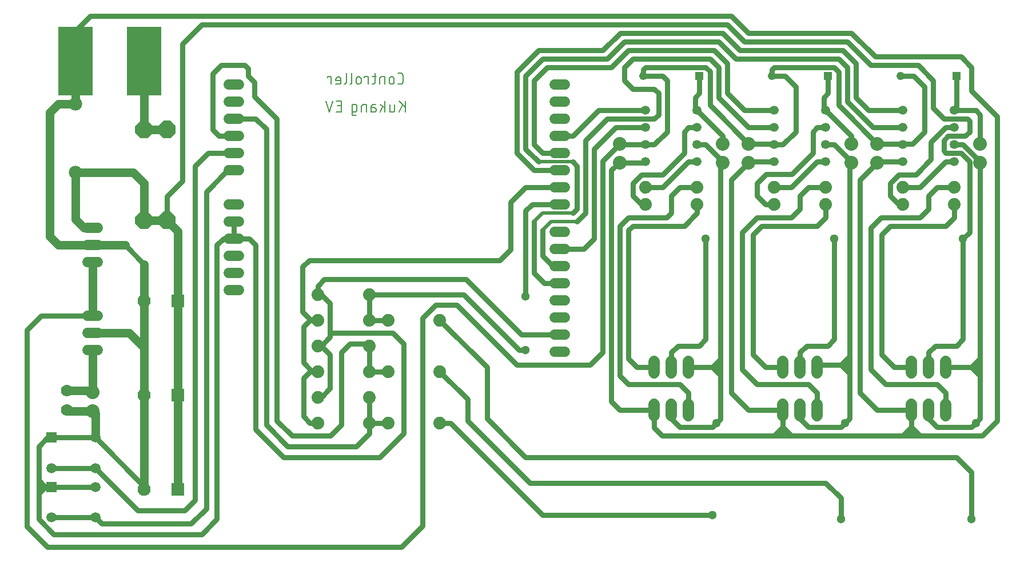
<source format=gbr>
G04 EAGLE Gerber RS-274X export*
G75*
%MOMM*%
%FSLAX34Y34*%
%LPD*%
%INBottom Copper*%
%IPPOS*%
%AMOC8*
5,1,8,0,0,1.08239X$1,22.5*%
G01*
%ADD10C,0.152400*%
%ADD11C,1.524000*%
%ADD12C,2.032000*%
%ADD13C,1.343400*%
%ADD14R,1.238000X1.238000*%
%ADD15C,1.238000*%
%ADD16C,1.879600*%
%ADD17C,1.498000*%
%ADD18R,1.498000X1.498000*%
%ADD19C,1.714500*%
%ADD20P,2.841274X8X292.500000*%
%ADD21R,5.080000X10.160000*%
%ADD22C,1.981200*%
%ADD23C,1.930400*%
%ADD24R,1.930400X1.930400*%
%ADD25C,1.270000*%
%ADD26C,0.762000*%
%ADD27C,1.778000*%
%ADD28C,1.300000*%
%ADD29C,0.508000*%


D10*
X534938Y877062D02*
X538551Y877062D01*
X538669Y877064D01*
X538787Y877070D01*
X538905Y877079D01*
X539022Y877093D01*
X539139Y877110D01*
X539256Y877131D01*
X539371Y877156D01*
X539486Y877185D01*
X539600Y877218D01*
X539712Y877254D01*
X539823Y877294D01*
X539933Y877337D01*
X540042Y877384D01*
X540149Y877434D01*
X540254Y877489D01*
X540357Y877546D01*
X540458Y877607D01*
X540558Y877671D01*
X540655Y877738D01*
X540750Y877808D01*
X540842Y877882D01*
X540933Y877958D01*
X541020Y878038D01*
X541105Y878120D01*
X541187Y878205D01*
X541267Y878292D01*
X541343Y878383D01*
X541417Y878475D01*
X541487Y878570D01*
X541554Y878667D01*
X541618Y878767D01*
X541679Y878868D01*
X541736Y878971D01*
X541791Y879076D01*
X541841Y879183D01*
X541888Y879292D01*
X541931Y879402D01*
X541971Y879513D01*
X542007Y879625D01*
X542040Y879739D01*
X542069Y879854D01*
X542094Y879969D01*
X542115Y880086D01*
X542132Y880203D01*
X542146Y880320D01*
X542155Y880438D01*
X542161Y880556D01*
X542163Y880674D01*
X542163Y889706D01*
X542161Y889824D01*
X542155Y889942D01*
X542146Y890060D01*
X542132Y890177D01*
X542115Y890294D01*
X542094Y890411D01*
X542069Y890526D01*
X542040Y890641D01*
X542007Y890755D01*
X541971Y890867D01*
X541931Y890978D01*
X541888Y891088D01*
X541841Y891197D01*
X541791Y891304D01*
X541736Y891409D01*
X541679Y891512D01*
X541618Y891613D01*
X541554Y891713D01*
X541487Y891810D01*
X541417Y891905D01*
X541343Y891997D01*
X541267Y892088D01*
X541187Y892175D01*
X541105Y892260D01*
X541020Y892342D01*
X540933Y892422D01*
X540842Y892498D01*
X540750Y892572D01*
X540655Y892642D01*
X540558Y892709D01*
X540458Y892773D01*
X540357Y892834D01*
X540254Y892891D01*
X540149Y892946D01*
X540042Y892996D01*
X539933Y893043D01*
X539823Y893086D01*
X539712Y893126D01*
X539600Y893162D01*
X539486Y893195D01*
X539371Y893224D01*
X539256Y893249D01*
X539139Y893270D01*
X539022Y893287D01*
X538905Y893301D01*
X538787Y893310D01*
X538669Y893316D01*
X538551Y893318D01*
X534938Y893318D01*
X529236Y884287D02*
X529236Y880674D01*
X529236Y884287D02*
X529234Y884406D01*
X529228Y884526D01*
X529218Y884645D01*
X529204Y884763D01*
X529187Y884882D01*
X529165Y884999D01*
X529140Y885116D01*
X529110Y885231D01*
X529077Y885346D01*
X529040Y885460D01*
X529000Y885572D01*
X528955Y885683D01*
X528907Y885792D01*
X528856Y885900D01*
X528801Y886006D01*
X528742Y886110D01*
X528680Y886212D01*
X528615Y886312D01*
X528546Y886410D01*
X528474Y886506D01*
X528399Y886599D01*
X528322Y886689D01*
X528241Y886777D01*
X528157Y886862D01*
X528070Y886944D01*
X527981Y887024D01*
X527889Y887100D01*
X527795Y887174D01*
X527698Y887244D01*
X527600Y887311D01*
X527499Y887375D01*
X527395Y887435D01*
X527290Y887492D01*
X527183Y887545D01*
X527075Y887595D01*
X526965Y887641D01*
X526853Y887683D01*
X526740Y887722D01*
X526626Y887757D01*
X526511Y887788D01*
X526394Y887816D01*
X526277Y887839D01*
X526160Y887859D01*
X526041Y887875D01*
X525922Y887887D01*
X525803Y887895D01*
X525684Y887899D01*
X525564Y887899D01*
X525445Y887895D01*
X525326Y887887D01*
X525207Y887875D01*
X525088Y887859D01*
X524971Y887839D01*
X524854Y887816D01*
X524737Y887788D01*
X524622Y887757D01*
X524508Y887722D01*
X524395Y887683D01*
X524283Y887641D01*
X524173Y887595D01*
X524065Y887545D01*
X523958Y887492D01*
X523853Y887435D01*
X523749Y887375D01*
X523648Y887311D01*
X523550Y887244D01*
X523453Y887174D01*
X523359Y887100D01*
X523267Y887024D01*
X523178Y886944D01*
X523091Y886862D01*
X523007Y886777D01*
X522926Y886689D01*
X522849Y886599D01*
X522774Y886506D01*
X522702Y886410D01*
X522633Y886312D01*
X522568Y886212D01*
X522506Y886110D01*
X522447Y886006D01*
X522392Y885900D01*
X522341Y885792D01*
X522293Y885683D01*
X522248Y885572D01*
X522208Y885460D01*
X522171Y885346D01*
X522138Y885231D01*
X522108Y885116D01*
X522083Y884999D01*
X522061Y884882D01*
X522044Y884763D01*
X522030Y884645D01*
X522020Y884526D01*
X522014Y884406D01*
X522012Y884287D01*
X522012Y880674D01*
X522014Y880555D01*
X522020Y880435D01*
X522030Y880316D01*
X522044Y880198D01*
X522061Y880079D01*
X522083Y879962D01*
X522108Y879845D01*
X522138Y879730D01*
X522171Y879615D01*
X522208Y879501D01*
X522248Y879389D01*
X522293Y879278D01*
X522341Y879169D01*
X522392Y879061D01*
X522447Y878955D01*
X522506Y878851D01*
X522568Y878749D01*
X522633Y878649D01*
X522702Y878551D01*
X522774Y878455D01*
X522849Y878362D01*
X522926Y878272D01*
X523007Y878184D01*
X523091Y878099D01*
X523178Y878017D01*
X523267Y877937D01*
X523359Y877861D01*
X523453Y877787D01*
X523550Y877717D01*
X523648Y877650D01*
X523749Y877586D01*
X523853Y877526D01*
X523958Y877469D01*
X524065Y877416D01*
X524173Y877366D01*
X524283Y877320D01*
X524395Y877278D01*
X524508Y877239D01*
X524622Y877204D01*
X524737Y877173D01*
X524854Y877145D01*
X524971Y877122D01*
X525088Y877102D01*
X525207Y877086D01*
X525326Y877074D01*
X525445Y877066D01*
X525564Y877062D01*
X525684Y877062D01*
X525803Y877066D01*
X525922Y877074D01*
X526041Y877086D01*
X526160Y877102D01*
X526277Y877122D01*
X526394Y877145D01*
X526511Y877173D01*
X526626Y877204D01*
X526740Y877239D01*
X526853Y877278D01*
X526965Y877320D01*
X527075Y877366D01*
X527183Y877416D01*
X527290Y877469D01*
X527395Y877526D01*
X527499Y877586D01*
X527600Y877650D01*
X527698Y877717D01*
X527795Y877787D01*
X527889Y877861D01*
X527981Y877937D01*
X528070Y878017D01*
X528157Y878099D01*
X528241Y878184D01*
X528322Y878272D01*
X528399Y878362D01*
X528474Y878455D01*
X528546Y878551D01*
X528615Y878649D01*
X528680Y878749D01*
X528742Y878851D01*
X528801Y878955D01*
X528856Y879061D01*
X528907Y879169D01*
X528955Y879278D01*
X529000Y879389D01*
X529040Y879501D01*
X529077Y879615D01*
X529110Y879730D01*
X529140Y879845D01*
X529165Y879962D01*
X529187Y880079D01*
X529204Y880198D01*
X529218Y880316D01*
X529228Y880435D01*
X529234Y880555D01*
X529236Y880674D01*
X515168Y877062D02*
X515168Y887899D01*
X510653Y887899D01*
X510549Y887897D01*
X510446Y887891D01*
X510342Y887881D01*
X510239Y887867D01*
X510137Y887849D01*
X510036Y887828D01*
X509935Y887802D01*
X509836Y887773D01*
X509737Y887740D01*
X509640Y887703D01*
X509545Y887662D01*
X509451Y887618D01*
X509359Y887570D01*
X509269Y887519D01*
X509180Y887464D01*
X509094Y887406D01*
X509011Y887344D01*
X508929Y887280D01*
X508851Y887212D01*
X508775Y887142D01*
X508701Y887069D01*
X508631Y886992D01*
X508563Y886914D01*
X508499Y886832D01*
X508437Y886749D01*
X508379Y886663D01*
X508324Y886574D01*
X508273Y886484D01*
X508225Y886392D01*
X508181Y886298D01*
X508140Y886203D01*
X508103Y886106D01*
X508070Y886007D01*
X508041Y885908D01*
X508015Y885807D01*
X507994Y885706D01*
X507976Y885604D01*
X507962Y885501D01*
X507952Y885397D01*
X507946Y885294D01*
X507944Y885190D01*
X507944Y877062D01*
X502398Y887899D02*
X496979Y887899D01*
X500591Y893318D02*
X500591Y879771D01*
X500589Y879670D01*
X500583Y879569D01*
X500574Y879468D01*
X500561Y879367D01*
X500544Y879267D01*
X500523Y879168D01*
X500499Y879070D01*
X500471Y878973D01*
X500439Y878876D01*
X500404Y878781D01*
X500365Y878688D01*
X500323Y878596D01*
X500277Y878505D01*
X500228Y878417D01*
X500176Y878330D01*
X500120Y878245D01*
X500062Y878162D01*
X500000Y878082D01*
X499935Y878004D01*
X499868Y877928D01*
X499798Y877855D01*
X499725Y877785D01*
X499649Y877718D01*
X499571Y877653D01*
X499491Y877591D01*
X499408Y877533D01*
X499323Y877477D01*
X499237Y877425D01*
X499148Y877376D01*
X499057Y877330D01*
X498965Y877288D01*
X498872Y877249D01*
X498777Y877214D01*
X498680Y877182D01*
X498583Y877154D01*
X498485Y877130D01*
X498386Y877109D01*
X498286Y877092D01*
X498185Y877079D01*
X498084Y877070D01*
X497983Y877064D01*
X497882Y877062D01*
X496979Y877062D01*
X490595Y877062D02*
X490595Y887899D01*
X485176Y887899D01*
X485176Y886093D01*
X480259Y884287D02*
X480259Y880674D01*
X480258Y884287D02*
X480256Y884406D01*
X480250Y884526D01*
X480240Y884645D01*
X480226Y884763D01*
X480209Y884882D01*
X480187Y884999D01*
X480162Y885116D01*
X480132Y885231D01*
X480099Y885346D01*
X480062Y885460D01*
X480022Y885572D01*
X479977Y885683D01*
X479929Y885792D01*
X479878Y885900D01*
X479823Y886006D01*
X479764Y886110D01*
X479702Y886212D01*
X479637Y886312D01*
X479568Y886410D01*
X479496Y886506D01*
X479421Y886599D01*
X479344Y886689D01*
X479263Y886777D01*
X479179Y886862D01*
X479092Y886944D01*
X479003Y887024D01*
X478911Y887100D01*
X478817Y887174D01*
X478720Y887244D01*
X478622Y887311D01*
X478521Y887375D01*
X478417Y887435D01*
X478312Y887492D01*
X478205Y887545D01*
X478097Y887595D01*
X477987Y887641D01*
X477875Y887683D01*
X477762Y887722D01*
X477648Y887757D01*
X477533Y887788D01*
X477416Y887816D01*
X477299Y887839D01*
X477182Y887859D01*
X477063Y887875D01*
X476944Y887887D01*
X476825Y887895D01*
X476706Y887899D01*
X476586Y887899D01*
X476467Y887895D01*
X476348Y887887D01*
X476229Y887875D01*
X476110Y887859D01*
X475993Y887839D01*
X475876Y887816D01*
X475759Y887788D01*
X475644Y887757D01*
X475530Y887722D01*
X475417Y887683D01*
X475305Y887641D01*
X475195Y887595D01*
X475087Y887545D01*
X474980Y887492D01*
X474875Y887435D01*
X474771Y887375D01*
X474670Y887311D01*
X474572Y887244D01*
X474475Y887174D01*
X474381Y887100D01*
X474289Y887024D01*
X474200Y886944D01*
X474113Y886862D01*
X474029Y886777D01*
X473948Y886689D01*
X473871Y886599D01*
X473796Y886506D01*
X473724Y886410D01*
X473655Y886312D01*
X473590Y886212D01*
X473528Y886110D01*
X473469Y886006D01*
X473414Y885900D01*
X473363Y885792D01*
X473315Y885683D01*
X473270Y885572D01*
X473230Y885460D01*
X473193Y885346D01*
X473160Y885231D01*
X473130Y885116D01*
X473105Y884999D01*
X473083Y884882D01*
X473066Y884763D01*
X473052Y884645D01*
X473042Y884526D01*
X473036Y884406D01*
X473034Y884287D01*
X473034Y880674D01*
X473036Y880555D01*
X473042Y880435D01*
X473052Y880316D01*
X473066Y880198D01*
X473083Y880079D01*
X473105Y879962D01*
X473130Y879845D01*
X473160Y879730D01*
X473193Y879615D01*
X473230Y879501D01*
X473270Y879389D01*
X473315Y879278D01*
X473363Y879169D01*
X473414Y879061D01*
X473469Y878955D01*
X473528Y878851D01*
X473590Y878749D01*
X473655Y878649D01*
X473724Y878551D01*
X473796Y878455D01*
X473871Y878362D01*
X473948Y878272D01*
X474029Y878184D01*
X474113Y878099D01*
X474200Y878017D01*
X474289Y877937D01*
X474381Y877861D01*
X474475Y877787D01*
X474572Y877717D01*
X474670Y877650D01*
X474771Y877586D01*
X474875Y877526D01*
X474980Y877469D01*
X475087Y877416D01*
X475195Y877366D01*
X475305Y877320D01*
X475417Y877278D01*
X475530Y877239D01*
X475644Y877204D01*
X475759Y877173D01*
X475876Y877145D01*
X475993Y877122D01*
X476110Y877102D01*
X476229Y877086D01*
X476348Y877074D01*
X476467Y877066D01*
X476586Y877062D01*
X476706Y877062D01*
X476825Y877066D01*
X476944Y877074D01*
X477063Y877086D01*
X477182Y877102D01*
X477299Y877122D01*
X477416Y877145D01*
X477533Y877173D01*
X477648Y877204D01*
X477762Y877239D01*
X477875Y877278D01*
X477987Y877320D01*
X478097Y877366D01*
X478205Y877416D01*
X478312Y877469D01*
X478417Y877526D01*
X478521Y877586D01*
X478622Y877650D01*
X478720Y877717D01*
X478817Y877787D01*
X478911Y877861D01*
X479003Y877937D01*
X479092Y878017D01*
X479179Y878099D01*
X479263Y878184D01*
X479344Y878272D01*
X479421Y878362D01*
X479496Y878455D01*
X479568Y878551D01*
X479637Y878649D01*
X479702Y878749D01*
X479764Y878851D01*
X479823Y878955D01*
X479878Y879061D01*
X479929Y879169D01*
X479977Y879278D01*
X480022Y879389D01*
X480062Y879501D01*
X480099Y879615D01*
X480132Y879730D01*
X480162Y879845D01*
X480187Y879962D01*
X480209Y880079D01*
X480226Y880198D01*
X480240Y880316D01*
X480250Y880435D01*
X480256Y880555D01*
X480258Y880674D01*
X466475Y879771D02*
X466475Y893318D01*
X466474Y879771D02*
X466472Y879670D01*
X466466Y879569D01*
X466457Y879468D01*
X466444Y879367D01*
X466427Y879267D01*
X466406Y879168D01*
X466382Y879070D01*
X466354Y878973D01*
X466322Y878876D01*
X466287Y878781D01*
X466248Y878688D01*
X466206Y878596D01*
X466160Y878505D01*
X466111Y878417D01*
X466059Y878330D01*
X466003Y878245D01*
X465945Y878162D01*
X465883Y878082D01*
X465818Y878004D01*
X465751Y877928D01*
X465681Y877855D01*
X465608Y877785D01*
X465532Y877718D01*
X465454Y877653D01*
X465374Y877591D01*
X465291Y877533D01*
X465206Y877477D01*
X465120Y877425D01*
X465031Y877376D01*
X464940Y877330D01*
X464848Y877288D01*
X464755Y877249D01*
X464660Y877214D01*
X464563Y877182D01*
X464466Y877154D01*
X464368Y877130D01*
X464269Y877109D01*
X464169Y877092D01*
X464068Y877079D01*
X463967Y877070D01*
X463866Y877064D01*
X463765Y877062D01*
X458138Y879771D02*
X458138Y893318D01*
X458138Y879771D02*
X458136Y879670D01*
X458130Y879569D01*
X458121Y879468D01*
X458108Y879367D01*
X458091Y879267D01*
X458070Y879168D01*
X458046Y879070D01*
X458018Y878973D01*
X457986Y878876D01*
X457951Y878781D01*
X457912Y878688D01*
X457870Y878596D01*
X457824Y878505D01*
X457775Y878417D01*
X457723Y878330D01*
X457667Y878245D01*
X457609Y878162D01*
X457547Y878082D01*
X457482Y878004D01*
X457415Y877928D01*
X457345Y877855D01*
X457272Y877785D01*
X457196Y877718D01*
X457118Y877653D01*
X457038Y877591D01*
X456955Y877533D01*
X456870Y877477D01*
X456784Y877425D01*
X456695Y877376D01*
X456604Y877330D01*
X456512Y877288D01*
X456419Y877249D01*
X456324Y877214D01*
X456227Y877182D01*
X456130Y877154D01*
X456032Y877130D01*
X455933Y877109D01*
X455833Y877092D01*
X455732Y877079D01*
X455631Y877070D01*
X455530Y877064D01*
X455429Y877062D01*
X447329Y877062D02*
X442813Y877062D01*
X447329Y877062D02*
X447430Y877064D01*
X447531Y877070D01*
X447632Y877079D01*
X447733Y877092D01*
X447833Y877109D01*
X447932Y877130D01*
X448030Y877154D01*
X448127Y877182D01*
X448224Y877214D01*
X448319Y877249D01*
X448412Y877288D01*
X448504Y877330D01*
X448595Y877376D01*
X448684Y877425D01*
X448770Y877477D01*
X448855Y877533D01*
X448938Y877591D01*
X449018Y877653D01*
X449096Y877718D01*
X449172Y877785D01*
X449245Y877855D01*
X449315Y877928D01*
X449382Y878004D01*
X449447Y878082D01*
X449509Y878162D01*
X449567Y878245D01*
X449623Y878330D01*
X449675Y878417D01*
X449724Y878505D01*
X449770Y878596D01*
X449812Y878688D01*
X449851Y878781D01*
X449886Y878876D01*
X449918Y878973D01*
X449946Y879070D01*
X449970Y879168D01*
X449991Y879267D01*
X450008Y879367D01*
X450021Y879468D01*
X450030Y879569D01*
X450036Y879670D01*
X450038Y879771D01*
X450038Y884287D01*
X450036Y884406D01*
X450030Y884526D01*
X450020Y884645D01*
X450006Y884763D01*
X449989Y884882D01*
X449967Y884999D01*
X449942Y885116D01*
X449912Y885231D01*
X449879Y885346D01*
X449842Y885460D01*
X449802Y885572D01*
X449757Y885683D01*
X449709Y885792D01*
X449658Y885900D01*
X449603Y886006D01*
X449544Y886110D01*
X449482Y886212D01*
X449417Y886312D01*
X449348Y886410D01*
X449276Y886506D01*
X449201Y886599D01*
X449124Y886689D01*
X449043Y886777D01*
X448959Y886862D01*
X448872Y886944D01*
X448783Y887024D01*
X448691Y887100D01*
X448597Y887174D01*
X448500Y887244D01*
X448402Y887311D01*
X448301Y887375D01*
X448197Y887435D01*
X448092Y887492D01*
X447985Y887545D01*
X447877Y887595D01*
X447767Y887641D01*
X447655Y887683D01*
X447542Y887722D01*
X447428Y887757D01*
X447313Y887788D01*
X447196Y887816D01*
X447079Y887839D01*
X446962Y887859D01*
X446843Y887875D01*
X446724Y887887D01*
X446605Y887895D01*
X446486Y887899D01*
X446366Y887899D01*
X446247Y887895D01*
X446128Y887887D01*
X446009Y887875D01*
X445890Y887859D01*
X445773Y887839D01*
X445656Y887816D01*
X445539Y887788D01*
X445424Y887757D01*
X445310Y887722D01*
X445197Y887683D01*
X445085Y887641D01*
X444975Y887595D01*
X444867Y887545D01*
X444760Y887492D01*
X444655Y887435D01*
X444551Y887375D01*
X444450Y887311D01*
X444352Y887244D01*
X444255Y887174D01*
X444161Y887100D01*
X444069Y887024D01*
X443980Y886944D01*
X443893Y886862D01*
X443809Y886777D01*
X443728Y886689D01*
X443651Y886599D01*
X443576Y886506D01*
X443504Y886410D01*
X443435Y886312D01*
X443370Y886212D01*
X443308Y886110D01*
X443249Y886006D01*
X443194Y885900D01*
X443143Y885792D01*
X443095Y885683D01*
X443050Y885572D01*
X443010Y885460D01*
X442973Y885346D01*
X442940Y885231D01*
X442910Y885116D01*
X442885Y884999D01*
X442863Y884882D01*
X442846Y884763D01*
X442832Y884645D01*
X442822Y884526D01*
X442816Y884406D01*
X442814Y884287D01*
X442813Y884287D02*
X442813Y882481D01*
X450038Y882481D01*
X435885Y877062D02*
X435885Y887899D01*
X430467Y887899D01*
X430467Y886093D01*
X545338Y852043D02*
X545338Y835787D01*
X545338Y842109D02*
X536307Y852043D01*
X541726Y845721D02*
X536307Y835787D01*
X530057Y838496D02*
X530057Y846624D01*
X530056Y838496D02*
X530054Y838395D01*
X530048Y838294D01*
X530039Y838193D01*
X530026Y838092D01*
X530009Y837992D01*
X529988Y837893D01*
X529964Y837795D01*
X529936Y837698D01*
X529904Y837601D01*
X529869Y837506D01*
X529830Y837413D01*
X529788Y837321D01*
X529742Y837230D01*
X529693Y837142D01*
X529641Y837055D01*
X529585Y836970D01*
X529527Y836887D01*
X529465Y836807D01*
X529400Y836729D01*
X529333Y836653D01*
X529263Y836580D01*
X529190Y836510D01*
X529114Y836443D01*
X529036Y836378D01*
X528956Y836316D01*
X528873Y836258D01*
X528788Y836202D01*
X528702Y836150D01*
X528613Y836101D01*
X528522Y836055D01*
X528430Y836013D01*
X528337Y835974D01*
X528242Y835939D01*
X528145Y835907D01*
X528048Y835879D01*
X527950Y835855D01*
X527851Y835834D01*
X527751Y835817D01*
X527650Y835804D01*
X527549Y835795D01*
X527448Y835789D01*
X527347Y835787D01*
X522832Y835787D01*
X522832Y846624D01*
X515299Y852043D02*
X515299Y835787D01*
X515299Y841206D02*
X508074Y846624D01*
X512138Y843463D02*
X508074Y835787D01*
X499354Y842109D02*
X495290Y842109D01*
X499354Y842109D02*
X499466Y842107D01*
X499577Y842101D01*
X499688Y842091D01*
X499799Y842078D01*
X499909Y842060D01*
X500018Y842038D01*
X500127Y842013D01*
X500235Y841984D01*
X500341Y841951D01*
X500447Y841914D01*
X500551Y841874D01*
X500653Y841830D01*
X500754Y841782D01*
X500853Y841731D01*
X500951Y841676D01*
X501046Y841618D01*
X501139Y841557D01*
X501230Y841492D01*
X501319Y841424D01*
X501405Y841353D01*
X501488Y841280D01*
X501569Y841203D01*
X501648Y841123D01*
X501723Y841041D01*
X501795Y840956D01*
X501865Y840869D01*
X501931Y840779D01*
X501994Y840687D01*
X502054Y840592D01*
X502110Y840496D01*
X502163Y840398D01*
X502212Y840298D01*
X502258Y840196D01*
X502300Y840093D01*
X502339Y839988D01*
X502374Y839882D01*
X502405Y839775D01*
X502432Y839667D01*
X502456Y839558D01*
X502475Y839448D01*
X502491Y839338D01*
X502503Y839227D01*
X502511Y839115D01*
X502515Y839004D01*
X502515Y838892D01*
X502511Y838781D01*
X502503Y838669D01*
X502491Y838558D01*
X502475Y838448D01*
X502456Y838338D01*
X502432Y838229D01*
X502405Y838121D01*
X502374Y838014D01*
X502339Y837908D01*
X502300Y837803D01*
X502258Y837700D01*
X502212Y837598D01*
X502163Y837498D01*
X502110Y837400D01*
X502054Y837304D01*
X501994Y837209D01*
X501931Y837117D01*
X501865Y837027D01*
X501795Y836940D01*
X501723Y836855D01*
X501648Y836773D01*
X501569Y836693D01*
X501488Y836616D01*
X501405Y836543D01*
X501319Y836472D01*
X501230Y836404D01*
X501139Y836339D01*
X501046Y836278D01*
X500951Y836220D01*
X500853Y836165D01*
X500754Y836114D01*
X500653Y836066D01*
X500551Y836022D01*
X500447Y835982D01*
X500341Y835945D01*
X500235Y835912D01*
X500127Y835883D01*
X500018Y835858D01*
X499909Y835836D01*
X499799Y835818D01*
X499688Y835805D01*
X499577Y835795D01*
X499466Y835789D01*
X499354Y835787D01*
X495290Y835787D01*
X495290Y843915D01*
X495292Y844016D01*
X495298Y844117D01*
X495307Y844218D01*
X495320Y844319D01*
X495337Y844419D01*
X495358Y844518D01*
X495382Y844616D01*
X495410Y844713D01*
X495442Y844810D01*
X495477Y844905D01*
X495516Y844998D01*
X495558Y845090D01*
X495604Y845181D01*
X495653Y845270D01*
X495705Y845356D01*
X495761Y845441D01*
X495819Y845524D01*
X495881Y845604D01*
X495946Y845682D01*
X496013Y845758D01*
X496083Y845831D01*
X496156Y845901D01*
X496232Y845968D01*
X496310Y846033D01*
X496390Y846095D01*
X496473Y846153D01*
X496558Y846209D01*
X496645Y846261D01*
X496733Y846310D01*
X496824Y846356D01*
X496916Y846398D01*
X497009Y846437D01*
X497104Y846472D01*
X497201Y846504D01*
X497298Y846532D01*
X497396Y846556D01*
X497495Y846577D01*
X497595Y846594D01*
X497696Y846607D01*
X497797Y846616D01*
X497898Y846622D01*
X497999Y846624D01*
X501612Y846624D01*
X487852Y846624D02*
X487852Y835787D01*
X487852Y846624D02*
X483337Y846624D01*
X483233Y846622D01*
X483130Y846616D01*
X483026Y846606D01*
X482923Y846592D01*
X482821Y846574D01*
X482720Y846553D01*
X482619Y846527D01*
X482520Y846498D01*
X482421Y846465D01*
X482324Y846428D01*
X482229Y846387D01*
X482135Y846343D01*
X482043Y846295D01*
X481953Y846244D01*
X481864Y846189D01*
X481778Y846131D01*
X481695Y846069D01*
X481613Y846005D01*
X481535Y845937D01*
X481459Y845867D01*
X481385Y845794D01*
X481315Y845717D01*
X481247Y845639D01*
X481183Y845557D01*
X481121Y845474D01*
X481063Y845388D01*
X481008Y845299D01*
X480957Y845209D01*
X480909Y845117D01*
X480865Y845023D01*
X480824Y844928D01*
X480787Y844831D01*
X480754Y844732D01*
X480725Y844633D01*
X480699Y844532D01*
X480678Y844431D01*
X480660Y844329D01*
X480646Y844226D01*
X480636Y844122D01*
X480630Y844019D01*
X480628Y843915D01*
X480628Y835787D01*
X471148Y835787D02*
X466633Y835787D01*
X471148Y835787D02*
X471249Y835789D01*
X471350Y835795D01*
X471451Y835804D01*
X471552Y835817D01*
X471652Y835834D01*
X471751Y835855D01*
X471849Y835879D01*
X471946Y835907D01*
X472043Y835939D01*
X472138Y835974D01*
X472231Y836013D01*
X472323Y836055D01*
X472414Y836101D01*
X472503Y836150D01*
X472589Y836202D01*
X472674Y836258D01*
X472757Y836316D01*
X472837Y836378D01*
X472915Y836443D01*
X472991Y836510D01*
X473064Y836580D01*
X473134Y836653D01*
X473201Y836729D01*
X473266Y836807D01*
X473328Y836887D01*
X473386Y836970D01*
X473442Y837055D01*
X473494Y837142D01*
X473543Y837230D01*
X473589Y837321D01*
X473631Y837413D01*
X473670Y837506D01*
X473705Y837601D01*
X473737Y837698D01*
X473765Y837795D01*
X473789Y837893D01*
X473810Y837992D01*
X473827Y838092D01*
X473840Y838193D01*
X473849Y838294D01*
X473855Y838395D01*
X473857Y838496D01*
X473858Y838496D02*
X473858Y843915D01*
X473857Y843915D02*
X473855Y844016D01*
X473849Y844117D01*
X473840Y844218D01*
X473827Y844319D01*
X473810Y844419D01*
X473789Y844518D01*
X473765Y844616D01*
X473737Y844713D01*
X473705Y844810D01*
X473670Y844905D01*
X473631Y844998D01*
X473589Y845090D01*
X473543Y845181D01*
X473494Y845270D01*
X473442Y845356D01*
X473386Y845441D01*
X473328Y845524D01*
X473266Y845604D01*
X473201Y845682D01*
X473134Y845758D01*
X473064Y845831D01*
X472991Y845901D01*
X472915Y845968D01*
X472837Y846033D01*
X472757Y846095D01*
X472674Y846153D01*
X472589Y846209D01*
X472503Y846261D01*
X472414Y846310D01*
X472323Y846356D01*
X472231Y846398D01*
X472138Y846437D01*
X472043Y846472D01*
X471946Y846504D01*
X471849Y846532D01*
X471751Y846556D01*
X471652Y846577D01*
X471552Y846594D01*
X471451Y846607D01*
X471350Y846616D01*
X471249Y846622D01*
X471148Y846624D01*
X466633Y846624D01*
X466633Y833078D01*
X466635Y832977D01*
X466641Y832876D01*
X466650Y832775D01*
X466663Y832674D01*
X466680Y832574D01*
X466701Y832475D01*
X466725Y832377D01*
X466753Y832280D01*
X466785Y832183D01*
X466820Y832088D01*
X466859Y831995D01*
X466901Y831903D01*
X466947Y831812D01*
X466996Y831724D01*
X467048Y831637D01*
X467104Y831552D01*
X467162Y831469D01*
X467224Y831389D01*
X467289Y831311D01*
X467356Y831235D01*
X467426Y831162D01*
X467499Y831092D01*
X467575Y831025D01*
X467653Y830960D01*
X467733Y830898D01*
X467816Y830840D01*
X467901Y830784D01*
X467988Y830732D01*
X468076Y830683D01*
X468167Y830637D01*
X468259Y830595D01*
X468352Y830556D01*
X468447Y830521D01*
X468544Y830489D01*
X468641Y830461D01*
X468739Y830437D01*
X468838Y830416D01*
X468938Y830399D01*
X469039Y830386D01*
X469140Y830377D01*
X469241Y830371D01*
X469342Y830369D01*
X469342Y830368D02*
X472955Y830368D01*
X450690Y835787D02*
X443465Y835787D01*
X450690Y835787D02*
X450690Y852043D01*
X443465Y852043D01*
X445271Y844818D02*
X450690Y844818D01*
X438597Y852043D02*
X433178Y835787D01*
X427759Y852043D01*
D11*
X90170Y663575D02*
X74930Y663575D01*
X74930Y638175D02*
X90170Y638175D01*
X90170Y612775D02*
X74930Y612775D01*
D12*
X82550Y420370D03*
X82550Y392430D03*
D13*
X1282700Y838200D03*
X1282700Y812800D03*
X1282700Y787400D03*
X1282700Y762000D03*
X1358900Y762000D03*
X1358900Y787400D03*
X1358900Y812800D03*
X1358900Y838200D03*
D12*
X1397000Y788670D03*
X1397000Y760730D03*
D11*
X782320Y480060D02*
X767080Y480060D01*
X767080Y505460D02*
X782320Y505460D01*
X782320Y530860D02*
X767080Y530860D01*
X767080Y556260D02*
X782320Y556260D01*
X782320Y581660D02*
X767080Y581660D01*
X767080Y607060D02*
X782320Y607060D01*
X782320Y632460D02*
X767080Y632460D01*
X767080Y657860D02*
X782320Y657860D01*
X782320Y698500D02*
X767080Y698500D01*
X767080Y723900D02*
X782320Y723900D01*
X782320Y749300D02*
X767080Y749300D01*
X767080Y774700D02*
X782320Y774700D01*
X782320Y800100D02*
X767080Y800100D01*
X767080Y825500D02*
X782320Y825500D01*
X782320Y850900D02*
X767080Y850900D01*
X767080Y876300D02*
X782320Y876300D01*
X299720Y571500D02*
X284480Y571500D01*
X284480Y596900D02*
X299720Y596900D01*
X299720Y622300D02*
X284480Y622300D01*
X284480Y647700D02*
X299720Y647700D01*
X299720Y673100D02*
X284480Y673100D01*
X284480Y698500D02*
X299720Y698500D01*
X299720Y749300D02*
X284480Y749300D01*
X284480Y774700D02*
X299720Y774700D01*
X299720Y800100D02*
X284480Y800100D01*
X284480Y825500D02*
X299720Y825500D01*
X299720Y850900D02*
X284480Y850900D01*
X284480Y876300D02*
X299720Y876300D01*
D12*
X1244600Y788670D03*
X1244600Y760730D03*
D14*
X1362260Y889000D03*
D15*
X1279340Y889000D03*
D16*
X415925Y527050D03*
X492125Y527050D03*
X520700Y527050D03*
X596900Y527050D03*
X415925Y450850D03*
X492125Y450850D03*
X520700Y450850D03*
X596900Y450850D03*
X415925Y374650D03*
X492125Y374650D03*
X520700Y374650D03*
X596900Y374650D03*
X415925Y565150D03*
X492125Y565150D03*
X415925Y488950D03*
X492125Y488950D03*
X415925Y412750D03*
X492125Y412750D03*
D17*
X21475Y234675D03*
D18*
X21475Y279675D03*
D17*
X86475Y234675D03*
X86475Y279675D03*
X21475Y307700D03*
D18*
X21475Y352700D03*
D17*
X86475Y307700D03*
X86475Y352700D03*
D19*
X1295400Y448628D02*
X1295400Y465773D01*
X1320800Y465773D02*
X1320800Y448628D01*
X1346200Y448628D02*
X1346200Y465773D01*
X1346200Y402273D02*
X1346200Y385128D01*
X1320800Y385128D02*
X1320800Y402273D01*
X1295400Y402273D02*
X1295400Y385128D01*
X1104900Y448628D02*
X1104900Y465773D01*
X1130300Y465773D02*
X1130300Y448628D01*
X1155700Y448628D02*
X1155700Y465773D01*
X1155700Y402273D02*
X1155700Y385128D01*
X1130300Y385128D02*
X1130300Y402273D01*
X1104900Y402273D02*
X1104900Y385128D01*
X914400Y448628D02*
X914400Y465773D01*
X939800Y465773D02*
X939800Y448628D01*
X965200Y448628D02*
X965200Y465773D01*
X965200Y402273D02*
X965200Y385128D01*
X939800Y385128D02*
X939800Y402273D01*
X914400Y402273D02*
X914400Y385128D01*
D16*
X1282700Y698500D03*
X1358900Y698500D03*
X1282700Y723900D03*
X1358900Y723900D03*
X1092200Y698500D03*
X1168400Y698500D03*
X1092200Y723900D03*
X1168400Y723900D03*
X901700Y698500D03*
X977900Y698500D03*
X901700Y723900D03*
X977900Y723900D03*
D20*
X192750Y809625D03*
X158750Y809625D03*
X192750Y674925D03*
X158750Y674925D03*
D21*
X158750Y911225D03*
X57150Y911225D03*
D22*
X57150Y847725D03*
X57150Y746125D03*
D23*
X159150Y555625D03*
D24*
X209150Y555625D03*
D23*
X159150Y415925D03*
D24*
X209150Y415925D03*
D23*
X159150Y276225D03*
D24*
X209150Y276225D03*
D11*
X90170Y533400D02*
X74930Y533400D01*
X74930Y508000D02*
X90170Y508000D01*
X90170Y482600D02*
X74930Y482600D01*
D13*
X1092200Y838200D03*
X1092200Y812800D03*
X1092200Y787400D03*
X1092200Y762000D03*
X1168400Y762000D03*
X1168400Y787400D03*
X1168400Y812800D03*
X1168400Y838200D03*
D12*
X1206500Y788670D03*
X1206500Y760730D03*
X1054100Y788670D03*
X1054100Y760730D03*
D14*
X1171760Y889000D03*
D15*
X1088840Y889000D03*
D13*
X901700Y838200D03*
X901700Y812800D03*
X901700Y787400D03*
X901700Y762000D03*
X977900Y762000D03*
X977900Y787400D03*
X977900Y812800D03*
X977900Y838200D03*
D12*
X1016000Y788670D03*
X1016000Y760730D03*
X863600Y788670D03*
X863600Y760730D03*
D14*
X981260Y889000D03*
D15*
X898340Y889000D03*
D25*
X57150Y911225D02*
X57150Y847725D01*
X31750Y847725D01*
X19050Y835025D01*
X19050Y650875D01*
X31750Y638175D01*
X82550Y638175D01*
X130575Y638175D01*
X159150Y609600D02*
X159150Y555625D01*
X136925Y508000D02*
X159150Y485775D01*
X136925Y508000D02*
X82550Y508000D01*
X159150Y485775D02*
X159150Y415925D01*
X159150Y555625D01*
X159150Y415925D02*
X159150Y276225D01*
D26*
X863600Y760730D02*
X900430Y760730D01*
X901700Y762000D01*
X1054100Y760730D02*
X1055370Y762000D01*
X1092200Y762000D01*
X1244600Y760730D02*
X1245870Y762000D01*
X1282700Y762000D01*
X863600Y760730D02*
X862330Y760730D01*
X850900Y749300D01*
X1028700Y735330D02*
X1054100Y760730D01*
X1028700Y735330D02*
X1028700Y419100D01*
X1054100Y393700D01*
X1104900Y393700D01*
X1219200Y735330D02*
X1244600Y760730D01*
X1219200Y419100D02*
X1244600Y393700D01*
X1295400Y393700D01*
X1219200Y419100D02*
X1219200Y735330D01*
X1104900Y393700D02*
X1104900Y368300D01*
X1117600Y355600D01*
X1295400Y368300D02*
X1295400Y393700D01*
X1282700Y355600D02*
X1117600Y355600D01*
X1282700Y355600D02*
X1295400Y368300D01*
X914400Y393700D02*
X863600Y393700D01*
X850900Y406400D01*
X914400Y367257D02*
X926057Y355600D01*
X914400Y367257D02*
X914400Y393700D01*
X926057Y355600D02*
X1092200Y355600D01*
X1104900Y355600D01*
X1117600Y355600D01*
X1104900Y368300D02*
X1092200Y355600D01*
X1104900Y355600D02*
X1104900Y368300D01*
X774700Y505460D02*
X717550Y505460D01*
X850900Y406400D02*
X850900Y749300D01*
X1028700Y977900D02*
X79375Y977900D01*
X1028700Y977900D02*
X1054100Y952500D01*
X1206500Y952500D02*
X1241425Y917575D01*
X1206500Y952500D02*
X1054100Y952500D01*
X1241425Y917575D02*
X1368425Y917575D01*
X1384300Y901700D01*
X1422400Y377825D02*
X1400175Y355600D01*
X1308100Y355600D01*
X1295400Y355600D01*
X1282700Y355600D01*
X1422400Y377825D02*
X1422400Y828675D01*
X1384300Y866775D01*
X1384300Y901700D01*
X1295400Y368300D02*
X1308100Y355600D01*
X1295400Y355600D02*
X1295400Y368300D01*
X433832Y508000D02*
X433832Y552202D01*
X433832Y508000D02*
X433832Y501898D01*
X420884Y565150D02*
X415925Y565150D01*
X420884Y565150D02*
X433832Y552202D01*
X433832Y501898D02*
X420884Y488950D01*
X433832Y476002D02*
X433832Y425698D01*
X420884Y488950D02*
X415925Y488950D01*
X420884Y488950D02*
X433832Y476002D01*
X433832Y425698D02*
X420884Y412750D01*
X415925Y412750D01*
X415925Y565150D02*
X415925Y577850D01*
X425450Y587375D01*
X635635Y587375D01*
X717550Y505460D01*
X159150Y609600D02*
X130575Y638175D01*
D27*
X44450Y393700D03*
D25*
X45720Y392430D02*
X82550Y392430D01*
X45720Y392430D02*
X44450Y393700D01*
X82550Y392430D02*
X86475Y388505D01*
X86475Y352700D01*
D26*
X292100Y647700D02*
X314325Y647700D01*
X323850Y638175D02*
X323850Y365125D01*
X365125Y323850D01*
X323850Y638175D02*
X314325Y647700D01*
X365125Y323850D02*
X508000Y323850D01*
X542925Y492125D02*
X527050Y508000D01*
X433832Y508000D01*
X292100Y647700D02*
X292100Y673100D01*
X292100Y647700D02*
X276225Y647700D01*
X266700Y638175D01*
X244475Y209550D02*
X25400Y209550D01*
X3175Y231775D01*
X3175Y270150D01*
X3175Y279400D01*
X3175Y289200D01*
X3175Y339725D01*
X16150Y352700D02*
X21475Y352700D01*
X16150Y352700D02*
X3175Y339725D01*
X21475Y352700D02*
X86475Y352700D01*
X86475Y279675D02*
X21475Y279675D01*
X12700Y279675D01*
X3450Y279675D01*
X3175Y279400D01*
X244475Y209550D02*
X266700Y231775D01*
X266700Y638175D01*
X542925Y358775D02*
X508000Y323850D01*
X542925Y358775D02*
X542925Y492125D01*
X159150Y292100D02*
X159150Y276225D01*
X159150Y280025D02*
X86475Y352700D01*
X159150Y280025D02*
X159150Y276225D01*
X12700Y279675D02*
X3175Y289200D01*
X12700Y279675D02*
X3175Y270150D01*
X57150Y911225D02*
X57150Y955675D01*
X79375Y977900D01*
X898340Y889000D02*
X927100Y889000D01*
X933450Y882650D01*
X933450Y806450D01*
X914400Y787400D01*
X901700Y787400D01*
X864870Y787400D01*
X863600Y788670D01*
X1088840Y889000D02*
X1107890Y889000D01*
X1123950Y872940D01*
X1123950Y806450D01*
X1104900Y787400D01*
X1092200Y787400D01*
X1090930Y788670D02*
X1054100Y788670D01*
X1090930Y788670D02*
X1092200Y787400D01*
X1244600Y788670D02*
X1281430Y788670D01*
X1282700Y787400D01*
X1279340Y889000D02*
X1298390Y889000D01*
X1314450Y872940D01*
X1314450Y806450D01*
X1296670Y788670D01*
X1281430Y788670D01*
X898340Y889000D02*
X898340Y898340D01*
X901700Y901700D01*
X990600Y901700D01*
X996696Y895604D01*
X996696Y846074D02*
X1054100Y788670D01*
X996696Y846074D02*
X996696Y895604D01*
X1088840Y898340D02*
X1088840Y889000D01*
X1088840Y898340D02*
X1092200Y901700D01*
X1180846Y901700D01*
X1187196Y895350D01*
X1187196Y846074D01*
X1244600Y788670D01*
X863600Y788670D02*
X838200Y763270D01*
X838200Y479425D01*
D25*
X82550Y533400D02*
X82550Y612775D01*
D26*
X-14605Y220980D02*
X15875Y190500D01*
X-14605Y220980D02*
X-14605Y512445D01*
X15875Y190500D02*
X539750Y190500D01*
X571500Y222250D01*
X571500Y530225D01*
X590550Y549275D01*
X622300Y549275D01*
X82550Y533400D02*
X6350Y533400D01*
X-14605Y512445D01*
X622300Y549275D02*
X711200Y460375D01*
X819150Y460375D01*
X838200Y479425D01*
D25*
X192750Y674925D02*
X158750Y674925D01*
X158750Y730250D01*
X142875Y746125D01*
X57150Y746125D01*
X57150Y676275D01*
X69850Y663575D01*
X82550Y663575D01*
X192750Y674925D02*
X209150Y658525D01*
X209150Y555625D01*
X209150Y415925D01*
X209150Y276225D01*
D28*
X990600Y647700D03*
X1181100Y647700D03*
X1371600Y647700D03*
D26*
X990600Y647700D02*
X990600Y498475D01*
X981075Y488950D01*
X949325Y488950D01*
X939800Y479425D01*
X939800Y457200D01*
X1181100Y498475D02*
X1181100Y647700D01*
X1181100Y498475D02*
X1171575Y488950D01*
X1139825Y488950D01*
X1130300Y479425D01*
X1130300Y457200D01*
X1371600Y498475D02*
X1371600Y647700D01*
X1371600Y498475D02*
X1362075Y488950D01*
X1330325Y488950D01*
X1320800Y479425D01*
X1320800Y457200D01*
X215900Y733425D02*
X215900Y936625D01*
X192750Y710275D02*
X192750Y674925D01*
X192750Y710275D02*
X215900Y733425D01*
X1371600Y647700D02*
X1381125Y657225D01*
X1368425Y774700D02*
X1346200Y774700D01*
X1343025Y777875D01*
X1343025Y793750D02*
X1349375Y800100D01*
X1374775Y800100D01*
X1381125Y806450D01*
X1381125Y822325D01*
X1377950Y825500D01*
X1343025Y825500D01*
X1327150Y841375D01*
X1381125Y762000D02*
X1381125Y657225D01*
X1381125Y762000D02*
X1368425Y774700D01*
X1343025Y777875D02*
X1343025Y793750D01*
X1047750Y939800D02*
X1022350Y965200D01*
X1047750Y939800D02*
X1200150Y939800D01*
X1235075Y904875D01*
X1304925Y904875D01*
X1327150Y882650D01*
X1327150Y841375D01*
X244475Y965200D02*
X215900Y936625D01*
X244475Y965200D02*
X1022350Y965200D01*
D25*
X85725Y420370D02*
X82550Y420370D01*
X82550Y482600D01*
D27*
X44450Y422275D03*
D25*
X80645Y422275D01*
X82550Y420370D01*
D26*
X1238250Y812800D02*
X1282700Y812800D01*
X1238250Y812800D02*
X1200150Y850900D01*
X1200150Y901700D01*
X1187450Y914400D01*
X1035050Y914400D01*
X1009650Y939800D01*
X869950Y939800D01*
X844550Y914400D01*
X749300Y914400D01*
X723900Y889000D01*
X723900Y781050D01*
X742950Y762000D01*
D29*
X793750Y762000D01*
D26*
X800100Y755650D01*
X800100Y692150D01*
X793750Y685800D01*
D29*
X749300Y685800D01*
X736600Y673100D01*
D26*
X736600Y596900D01*
X751840Y581660D02*
X774700Y581660D01*
X751840Y581660D02*
X736600Y596900D01*
X1231900Y838200D02*
X1282700Y838200D01*
X1231900Y838200D02*
X1212850Y857250D01*
X1212850Y908050D01*
X1193800Y927100D01*
X1041400Y927100D01*
X1015746Y952754D02*
X863854Y952754D01*
X838200Y927100D01*
X742950Y927100D01*
X711200Y895350D01*
X711200Y774700D01*
X736600Y749300D01*
X774700Y749300D01*
X1015746Y952754D02*
X1041400Y927100D01*
X1362260Y889000D02*
X1362260Y841560D01*
X1358900Y838200D01*
X1390650Y838200D01*
X1397000Y831850D01*
X1397000Y788670D01*
X1371600Y787400D02*
X1358900Y787400D01*
X1397000Y762000D02*
X1397000Y760730D01*
X1397000Y762000D02*
X1371600Y787400D01*
X1384300Y457200D02*
X1346200Y457200D01*
X1384300Y457200D02*
X1397000Y469900D01*
X1397000Y760730D01*
X1390650Y374650D02*
X1384300Y368300D01*
X1390650Y374650D02*
X1397000Y381000D01*
X1384300Y368300D02*
X1333500Y368300D01*
X1320800Y381000D01*
X1320800Y393700D01*
X1397000Y381000D02*
X1397000Y444500D01*
X1397000Y457200D01*
X1397000Y469900D01*
X1384300Y457200D02*
X1397000Y444500D01*
X1397000Y457200D02*
X1384300Y457200D01*
D28*
X1390650Y374650D03*
X1384300Y231775D03*
D26*
X1384300Y301625D02*
X1362075Y323850D01*
X1384300Y301625D02*
X1384300Y231775D01*
X1362075Y323850D02*
X723900Y323850D01*
X666750Y457200D02*
X596900Y527050D01*
X666750Y381000D02*
X723900Y323850D01*
X666750Y381000D02*
X666750Y457200D01*
X1346200Y812800D02*
X1358900Y812800D01*
X1346200Y812800D02*
X1323975Y790575D01*
X1323975Y765175D01*
X1301750Y742950D01*
X1276350Y742950D01*
X1263650Y730250D01*
X1263650Y711200D01*
X1276350Y698500D01*
X1282700Y698500D01*
X1346200Y762000D02*
X1358900Y762000D01*
X1346200Y762000D02*
X1308100Y723900D01*
X1282700Y723900D01*
X1012190Y380365D02*
X1006475Y374650D01*
X1000125Y368300D01*
X952500Y368300D01*
X939800Y381000D01*
X939800Y393700D01*
X1000125Y457200D02*
X1012190Y469265D01*
X1012190Y756920D02*
X1016000Y760730D01*
X1012190Y756920D02*
X1012190Y469265D01*
X990600Y787400D02*
X977900Y787400D01*
X1016000Y762000D02*
X1016000Y760730D01*
X1016000Y762000D02*
X990600Y787400D01*
X1000125Y457200D02*
X965200Y457200D01*
X1012190Y445135D02*
X1012190Y380365D01*
X1012190Y445135D02*
X1012190Y457200D01*
X1012190Y469265D01*
X1000125Y457200D02*
X1012190Y445135D01*
X1012190Y457200D02*
X1000125Y457200D01*
D28*
X1006475Y374650D03*
X1000125Y238125D03*
D26*
X749300Y238125D01*
X612775Y374650D02*
X596900Y374650D01*
X612775Y374650D02*
X749300Y238125D01*
X965200Y812800D02*
X977900Y812800D01*
X965200Y812800D02*
X958850Y806450D01*
X958850Y774700D01*
X927100Y742950D01*
X895350Y742950D02*
X882650Y730250D01*
X882650Y711200D01*
X895350Y698500D01*
X901700Y698500D01*
X895350Y742950D02*
X927100Y742950D01*
X927100Y723900D02*
X965200Y762000D01*
X977900Y762000D01*
X927100Y723900D02*
X901700Y723900D01*
X1168400Y787400D02*
X1181100Y787400D01*
X1206500Y762000D02*
X1206500Y760730D01*
X1206500Y762000D02*
X1181100Y787400D01*
X1190625Y460375D02*
X1158875Y460375D01*
X1155700Y457200D01*
X1190625Y460375D02*
X1203325Y473075D01*
X1203325Y757555D01*
X1206500Y760730D01*
X1203325Y381000D02*
X1196975Y374650D01*
X1190625Y368300D01*
X1143000Y368300D01*
X1130300Y381000D01*
X1130300Y393700D01*
X1203325Y381000D02*
X1203325Y447675D01*
X1203325Y460375D01*
X1203325Y473075D01*
X1190625Y460375D02*
X1203325Y447675D01*
X1203325Y460375D02*
X1190625Y460375D01*
D28*
X1196975Y374650D03*
X1190625Y231775D03*
D26*
X1190625Y263525D01*
X1168400Y285750D01*
X638175Y409575D02*
X596900Y450850D01*
X638175Y409575D02*
X638175Y377825D01*
X730250Y285750D01*
X1168400Y285750D01*
X1168400Y812800D02*
X1155700Y812800D01*
X1149350Y806450D01*
X1149350Y774700D01*
X1118362Y743712D02*
X1080262Y743712D01*
X1118362Y743712D02*
X1149350Y774700D01*
X1080262Y743712D02*
X1066800Y730250D01*
X1066800Y711200D01*
X1079500Y698500D01*
X1092200Y698500D01*
X1155700Y762000D02*
X1168400Y762000D01*
X1155700Y762000D02*
X1117600Y723900D01*
X1092200Y723900D01*
X1047750Y838200D02*
X1022350Y863600D01*
X1022350Y908050D02*
X1003300Y927100D01*
X876300Y927100D01*
X755650Y901700D02*
X736600Y882650D01*
X736600Y787400D01*
X749300Y774700D01*
X774700Y774700D01*
X1047750Y838200D02*
X1092200Y838200D01*
X1022350Y863600D02*
X1022350Y908050D01*
X850900Y901700D02*
X755650Y901700D01*
X850900Y901700D02*
X876300Y927100D01*
X1054100Y812800D02*
X1092200Y812800D01*
X1054100Y812800D02*
X1009650Y857250D01*
X1009650Y901700D01*
X996950Y914400D01*
X882650Y914400D01*
X869950Y901700D01*
X869950Y882650D01*
X812800Y793750D02*
X812800Y685800D01*
D29*
X800100Y673100D02*
X762000Y673100D01*
X749300Y660400D01*
D26*
X749300Y622300D01*
X764540Y607060D01*
X774700Y607060D01*
X800100Y673100D02*
X812800Y685800D01*
X844550Y825500D02*
X914400Y825500D01*
X920750Y831850D01*
X920750Y863600D01*
X914400Y869950D01*
X844550Y825500D02*
X812800Y793750D01*
X882650Y869950D02*
X869950Y882650D01*
X882650Y869950D02*
X914400Y869950D01*
X793750Y800100D02*
X774700Y800100D01*
X793750Y800100D02*
X831850Y838200D01*
X901700Y838200D01*
X901700Y812800D02*
X857250Y812800D01*
X825500Y781050D01*
X825500Y647700D02*
X810260Y632460D01*
X774700Y632460D01*
X825500Y647700D02*
X825500Y781050D01*
X774700Y698500D02*
X733425Y698500D01*
X723900Y688975D01*
X723900Y561975D01*
D28*
X723900Y561975D03*
X723900Y482600D03*
D26*
X492125Y527050D02*
X492125Y565150D01*
X631825Y565150D02*
X714375Y482600D01*
X723900Y482600D01*
X631825Y565150D02*
X492125Y565150D01*
X492125Y527050D02*
X520700Y527050D01*
X415925Y527050D02*
X404778Y527050D01*
X394843Y517115D01*
X394843Y463960D01*
X407953Y450850D02*
X415925Y450850D01*
X407953Y450850D02*
X394843Y463960D01*
X404616Y374650D02*
X415925Y374650D01*
X404616Y374650D02*
X394843Y384423D01*
X404778Y450850D02*
X415925Y450850D01*
X404778Y450850D02*
X394843Y440915D01*
X394843Y384423D01*
X406400Y527050D02*
X415925Y527050D01*
X406400Y527050D02*
X393700Y539750D01*
X393700Y606425D01*
X403225Y615950D01*
X723900Y723900D02*
X774700Y723900D01*
X685800Y615950D02*
X403225Y615950D01*
X701675Y701675D02*
X723900Y723900D01*
X701675Y701675D02*
X701675Y631825D01*
X685800Y615950D01*
X292100Y800100D02*
X269875Y800100D01*
X355600Y377825D02*
X377825Y355600D01*
X434975Y355600D01*
X450850Y371475D01*
X450850Y479425D02*
X463550Y492125D01*
X488950Y492125D01*
X492125Y488950D01*
X269875Y800100D02*
X260350Y809625D01*
X260350Y892175D01*
X355600Y825500D02*
X355600Y377825D01*
X450850Y371475D02*
X450850Y479425D01*
X492125Y488950D02*
X492125Y450850D01*
X520700Y450850D01*
X312930Y899920D02*
X307975Y904875D01*
X312930Y899920D02*
X312930Y889286D01*
X322263Y879954D01*
X322263Y858838D01*
X273050Y904875D02*
X260350Y892175D01*
X273050Y904875D02*
X307975Y904875D01*
X322263Y858838D02*
X355600Y825500D01*
X323850Y825754D02*
X292354Y825754D01*
X292100Y825500D01*
X339725Y371475D02*
X371475Y339725D01*
X473075Y339725D01*
X492125Y374650D02*
X492125Y412750D01*
X492125Y374650D02*
X520700Y374650D01*
X492125Y358775D02*
X473075Y339725D01*
X492125Y358775D02*
X492125Y374650D01*
X339725Y809879D02*
X323850Y825754D01*
X339725Y809879D02*
X339725Y371475D01*
X292100Y749300D02*
X282575Y749300D01*
X250825Y717550D02*
X250825Y247650D01*
X228325Y225150D01*
X96000Y225150D01*
X86475Y234675D01*
X250825Y717550D02*
X282575Y749300D01*
X86475Y234675D02*
X21475Y234675D01*
X254000Y774700D02*
X292100Y774700D01*
X254000Y774700D02*
X234569Y755269D01*
X234569Y259969D01*
X219075Y244475D01*
X149225Y244475D01*
X86475Y307225D01*
X86475Y307700D01*
X21475Y307700D01*
X1358900Y679450D02*
X1358900Y698500D01*
X1358900Y679450D02*
X1346200Y666750D01*
X1263650Y666750D01*
X1250950Y654050D01*
X1250950Y476250D01*
X1270000Y457200D01*
X1295400Y457200D01*
X1168400Y679450D02*
X1168400Y698500D01*
X1168400Y679450D02*
X1155700Y666750D01*
X1073150Y666750D02*
X1060450Y654050D01*
X1060450Y476250D01*
X1079500Y457200D01*
X1104900Y457200D01*
X1073150Y666750D02*
X1155700Y666750D01*
X1168400Y723900D02*
X1143000Y723900D01*
X1130300Y711200D01*
X1130300Y692150D01*
X1116838Y678688D02*
X1066038Y678688D01*
X1116838Y678688D02*
X1130300Y692150D01*
X1066038Y678688D02*
X1044575Y657225D01*
X1044575Y454025D01*
X1066800Y431800D01*
X1143000Y431800D01*
X1155700Y419100D01*
X1155700Y393700D01*
X977900Y685800D02*
X977900Y698500D01*
X977900Y685800D02*
X958850Y666750D01*
X882650Y666750D01*
X876300Y660400D01*
X876300Y469900D01*
X889000Y457200D01*
X914400Y457200D01*
X952500Y723900D02*
X977900Y723900D01*
X952500Y723900D02*
X939800Y711200D01*
X939800Y685800D01*
X932688Y678688D02*
X875538Y678688D01*
X932688Y678688D02*
X939800Y685800D01*
X875538Y678688D02*
X863600Y666750D01*
X863600Y444500D01*
X876300Y431800D01*
X952500Y431800D01*
X965200Y419100D01*
X965200Y393700D01*
X1333500Y723900D02*
X1358900Y723900D01*
X1333500Y723900D02*
X1320800Y711200D01*
X1320800Y692150D01*
X1307338Y678688D02*
X1250188Y678688D01*
X1307338Y678688D02*
X1320800Y692150D01*
X1250188Y678688D02*
X1235075Y663575D01*
X1235075Y454025D01*
X1257300Y431800D01*
X1333500Y431800D01*
X1346200Y419100D01*
X1346200Y393700D01*
D25*
X158750Y809625D02*
X158750Y911225D01*
X158750Y809625D02*
X192750Y809625D01*
D26*
X1171760Y863600D02*
X1171760Y889000D01*
X1171760Y863600D02*
X1165410Y857250D01*
X1165410Y841190D02*
X1168400Y838200D01*
X1165410Y841190D02*
X1165410Y857250D01*
X1168400Y838200D02*
X1206500Y800100D01*
X1206500Y788670D01*
X981260Y863600D02*
X981260Y889000D01*
X981260Y863600D02*
X974910Y857250D01*
X974910Y841190D02*
X977900Y838200D01*
X974910Y841190D02*
X974910Y857250D01*
X977900Y838200D02*
X1016000Y800100D01*
X1016000Y788670D01*
M02*

</source>
